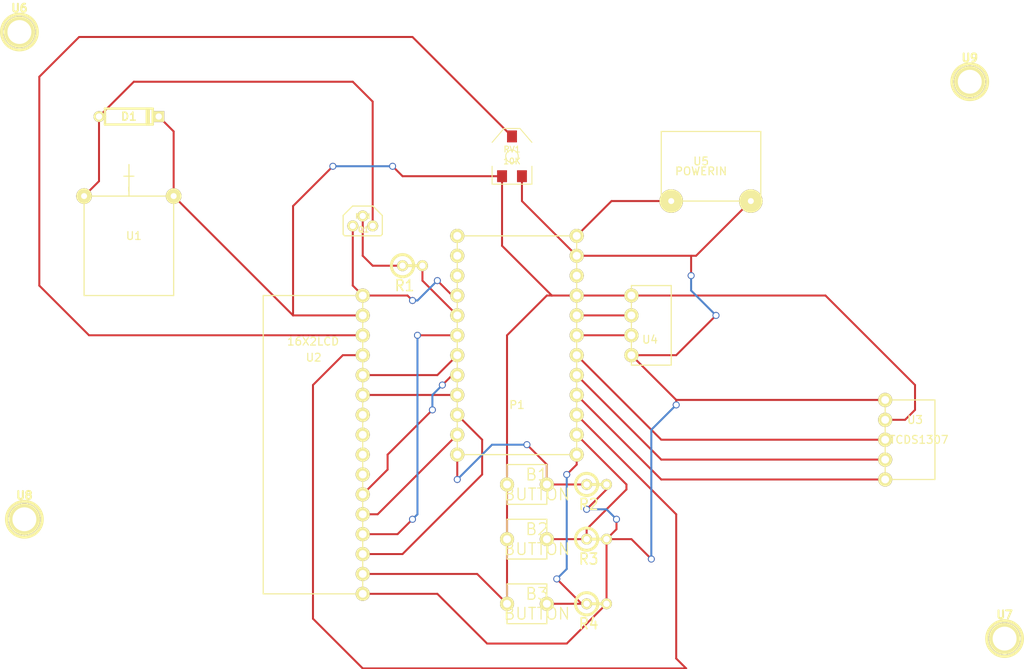
<source format=kicad_pcb>
(kicad_pcb (version 3) (host pcbnew "(2013-07-07 BZR 4022)-stable")

  (general
    (links 45)
    (no_connects 1)
    (area 25.442334 92.583 158.707666 177.927001)
    (thickness 1.6)
    (drawings 0)
    (tracks 153)
    (zones 0)
    (modules 20)
    (nets 23)
  )

  (page A4 portrait)
  (layers
    (15 F.Cu signal)
    (0 B.Cu signal)
    (16 B.Adhes user)
    (17 F.Adhes user)
    (18 B.Paste user)
    (19 F.Paste user)
    (20 B.SilkS user)
    (21 F.SilkS user)
    (22 B.Mask user)
    (23 F.Mask user)
    (24 Dwgs.User user)
    (25 Cmts.User user)
    (26 Eco1.User user)
    (27 Eco2.User user)
    (28 Edge.Cuts user)
  )

  (setup
    (last_trace_width 0.254)
    (trace_clearance 0.254)
    (zone_clearance 0.508)
    (zone_45_only yes)
    (trace_min 0.254)
    (segment_width 0.2)
    (edge_width 0.15)
    (via_size 0.889)
    (via_drill 0.635)
    (via_min_size 0.889)
    (via_min_drill 0.508)
    (uvia_size 0.508)
    (uvia_drill 0.127)
    (uvias_allowed no)
    (uvia_min_size 0.508)
    (uvia_min_drill 0.127)
    (pcb_text_width 0.3)
    (pcb_text_size 1.5 1.5)
    (mod_edge_width 0.15)
    (mod_text_size 1.5 1.5)
    (mod_text_width 0.15)
    (pad_size 1.524 1.524)
    (pad_drill 0.762)
    (pad_to_mask_clearance 0.2)
    (aux_axis_origin 0 0)
    (visible_elements FFFFFFBF)
    (pcbplotparams
      (layerselection 3178497)
      (usegerberextensions true)
      (excludeedgelayer true)
      (linewidth 0.100000)
      (plotframeref false)
      (viasonmask false)
      (mode 1)
      (useauxorigin false)
      (hpglpennumber 1)
      (hpglpenspeed 20)
      (hpglpendiameter 15)
      (hpglpenoverlay 2)
      (psnegative false)
      (psa4output false)
      (plotreference true)
      (plotvalue true)
      (plotothertext true)
      (plotinvisibletext false)
      (padsonsilk false)
      (subtractmaskfromsilk false)
      (outputformat 1)
      (mirror false)
      (drillshape 1)
      (scaleselection 1)
      (outputdirectory ""))
  )

  (net 0 "")
  (net 1 /D5)
  (net 2 /D7)
  (net 3 /TORELOUT)
  (net 4 /V0)
  (net 5 /b1)
  (net 6 /b2)
  (net 7 /b3)
  (net 8 /rw)
  (net 9 GND)
  (net 10 N-000001)
  (net 11 N-0000013)
  (net 12 N-0000014)
  (net 13 N-0000015)
  (net 14 N-0000016)
  (net 15 N-0000017)
  (net 16 N-000002)
  (net 17 N-0000023)
  (net 18 N-000003)
  (net 19 N-000004)
  (net 20 N-000005)
  (net 21 N-000006)
  (net 22 VCC)

  (net_class Default "This is the default net class."
    (clearance 0.254)
    (trace_width 0.254)
    (via_dia 0.889)
    (via_drill 0.635)
    (uvia_dia 0.508)
    (uvia_drill 0.127)
    (add_net "")
    (add_net /D5)
    (add_net /D7)
    (add_net /TORELOUT)
    (add_net /V0)
    (add_net /b1)
    (add_net /b2)
    (add_net /b3)
    (add_net /rw)
    (add_net GND)
    (add_net N-000001)
    (add_net N-0000013)
    (add_net N-0000014)
    (add_net N-0000015)
    (add_net N-0000016)
    (add_net N-0000017)
    (add_net N-000002)
    (add_net N-0000023)
    (add_net N-000003)
    (add_net N-000004)
    (add_net N-000005)
    (add_net N-000006)
    (add_net VCC)
  )

  (module US (layer F.Cu) (tedit 542B05CB) (tstamp 54376EB7)
    (at 107.315 139.065)
    (path /542AAD2C)
    (fp_text reference U4 (at 2.3749 -3.2639) (layer F.SilkS)
      (effects (font (size 1 1) (thickness 0.15)))
    )
    (fp_text value US (at 2.8575 -1.7399) (layer F.SilkS) hide
      (effects (font (size 1 1) (thickness 0.15)))
    )
    (fp_line (start 0 0) (end 0 -10.16) (layer F.SilkS) (width 0.15))
    (fp_line (start 0 -10.16) (end 5.08 -10.16) (layer F.SilkS) (width 0.15))
    (fp_line (start 5.08 -10.16) (end 5.08 0) (layer F.SilkS) (width 0.15))
    (fp_line (start 5.08 0) (end 0 0) (layer F.SilkS) (width 0.15))
    (pad 1 thru_hole circle (at 0 -1.27) (size 1.8 1.8) (drill 1)
      (layers *.Cu *.Mask F.SilkS)
      (net 9 GND)
    )
    (pad 2 thru_hole circle (at 0 -3.81) (size 1.8 1.8) (drill 1)
      (layers *.Cu *.Mask F.SilkS)
      (net 16 N-000002)
    )
    (pad 3 thru_hole circle (at 0 -6.35) (size 1.8 1.8) (drill 1)
      (layers *.Cu *.Mask F.SilkS)
      (net 13 N-0000015)
    )
    (pad 4 thru_hole circle (at 0 -8.89) (size 1.8 1.8) (drill 1)
      (layers *.Cu *.Mask F.SilkS)
      (net 22 VCC)
    )
  )

  (module TO92PN (layer F.Cu) (tedit 50D2C7A2) (tstamp 54376EC6)
    (at 73.025 120.65 180)
    (path /542AAEAD)
    (fp_text reference Q1 (at -0.1 -1.1 180) (layer F.SilkS)
      (effects (font (size 0.7 0.7) (thickness 0.15)))
    )
    (fp_text value NPN (at 0 0.6 180) (layer F.SilkS)
      (effects (font (size 0.6 0.6) (thickness 0.15)))
    )
    (fp_line (start 1.3 1.9) (end -1.3 1.9) (layer F.SilkS) (width 0.15))
    (fp_line (start -2.5 -1.7) (end -2.3 -1.9) (layer F.SilkS) (width 0.15))
    (fp_line (start -2.3 -1.9) (end 2.3 -1.9) (layer F.SilkS) (width 0.15))
    (fp_line (start 2.3 -1.9) (end 2.5 -1.7) (layer F.SilkS) (width 0.15))
    (fp_line (start 2.5 -1.7) (end 2.5 0.7) (layer F.SilkS) (width 0.15))
    (fp_line (start 2.5 0.7) (end 1.3 1.9) (layer F.SilkS) (width 0.15))
    (fp_line (start -1.3 1.9) (end -2.5 0.7) (layer F.SilkS) (width 0.15))
    (fp_line (start -2.5 0.7) (end -2.5 -1.7) (layer F.SilkS) (width 0.15))
    (pad 1 thru_hole circle (at 1.27 -0.635 180) (size 1.4 1.4) (drill 0.8)
      (layers *.Cu *.Mask F.SilkS)
      (net 9 GND)
    )
    (pad 2 thru_hole circle (at 0 0.635 180) (size 1.4 1.4) (drill 0.8)
      (layers *.Cu *.Mask F.SilkS)
      (net 20 N-000005)
    )
    (pad 3 thru_hole circle (at -1.27 -0.635 180) (size 1.4 1.4) (drill 0.8)
      (layers *.Cu *.Mask F.SilkS)
      (net 21 N-000006)
    )
    (model to-xxx-packages/to92.wrl
      (at (xyz 0 0 0))
      (scale (xyz 1 1 1))
      (rotate (xyz 0 0 0))
    )
  )

  (module RTC (layer F.Cu) (tedit 542B05A3) (tstamp 54376ED4)
    (at 139.7 153.67)
    (path /542AADE0)
    (fp_text reference U3 (at 3.81 -7.62) (layer F.SilkS)
      (effects (font (size 1 1) (thickness 0.15)))
    )
    (fp_text value RTCDS1307 (at 3.81 -5.08) (layer F.SilkS)
      (effects (font (size 1 1) (thickness 0.15)))
    )
    (fp_line (start 0 0) (end 0 -2.54) (layer F.SilkS) (width 0.15))
    (fp_line (start 0 -2.54) (end 0 -10.16) (layer F.SilkS) (width 0.15))
    (fp_line (start 0 -10.16) (end 6.35 -10.16) (layer F.SilkS) (width 0.15))
    (fp_line (start 6.35 -10.16) (end 6.35 0) (layer F.SilkS) (width 0.15))
    (fp_line (start 6.35 0) (end 0 0) (layer F.SilkS) (width 0.15))
    (pad 1 thru_hole circle (at 0 -10.16) (size 1.8 1.8) (drill 1)
      (layers *.Cu *.Mask F.SilkS)
      (net 9 GND)
    )
    (pad 2 thru_hole circle (at 0 -7.62) (size 1.8 1.8) (drill 1)
      (layers *.Cu *.Mask F.SilkS)
      (net 22 VCC)
    )
    (pad 3 thru_hole circle (at 0 -5.08) (size 1.8 1.8) (drill 1)
      (layers *.Cu *.Mask F.SilkS)
      (net 18 N-000003)
    )
    (pad 4 thru_hole circle (at 0 -2.54) (size 1.8 1.8) (drill 1)
      (layers *.Cu *.Mask F.SilkS)
      (net 19 N-000004)
    )
    (pad 5 thru_hole circle (at 0 0) (size 1.8 1.8) (drill 1)
      (layers *.Cu *.Mask F.SilkS)
      (net 10 N-000001)
    )
  )

  (module RELAY5V (layer F.Cu) (tedit 542AC5CA) (tstamp 54376EE1)
    (at 37.465 130.175)
    (path /542AAE96)
    (fp_text reference U1 (at 6.35 -7.62) (layer F.SilkS)
      (effects (font (size 1 1) (thickness 0.15)))
    )
    (fp_text value RALAY5V (at 6.35 -6.35) (layer F.SilkS) hide
      (effects (font (size 1 1) (thickness 0.15)))
    )
    (fp_line (start 6.35 -15.24) (end 5.08 -15.24) (layer F.SilkS) (width 0.15))
    (fp_line (start 5.7277 -12.6746) (end 5.7277 -16.7259) (layer F.SilkS) (width 0.15))
    (fp_line (start 5.7023 -13.3477) (end 5.7023 -13.843) (layer F.SilkS) (width 0.15))
    (fp_line (start 0 0) (end 0 -12.7) (layer F.SilkS) (width 0.15))
    (fp_line (start 0 -12.7) (end 11.43 -12.7) (layer F.SilkS) (width 0.15))
    (fp_line (start 11.43 -12.7) (end 11.43 0) (layer F.SilkS) (width 0.15))
    (fp_line (start 11.43 0) (end 0 0) (layer F.SilkS) (width 0.15))
    (pad 2 thru_hole circle (at 11.43 -12.7) (size 2 2) (drill 0.762)
      (layers *.Cu *.Mask F.SilkS)
      (net 22 VCC)
    )
    (pad 3 thru_hole circle (at 0 -12.7) (size 2 2) (drill 0.762)
      (layers *.Cu *.Mask F.SilkS)
      (net 21 N-000006)
    )
  )

  (module R1 (layer F.Cu) (tedit 200000) (tstamp 54376EE9)
    (at 79.375 126.365)
    (descr "Resistance verticale")
    (tags R)
    (path /542AAECD)
    (autoplace_cost90 10)
    (autoplace_cost180 10)
    (fp_text reference R1 (at -1.016 2.54) (layer F.SilkS)
      (effects (font (size 1.397 1.27) (thickness 0.2032)))
    )
    (fp_text value R (at -1.143 2.54) (layer F.SilkS) hide
      (effects (font (size 1.397 1.27) (thickness 0.2032)))
    )
    (fp_line (start -1.27 0) (end 1.27 0) (layer F.SilkS) (width 0.381))
    (fp_circle (center -1.27 0) (end -0.635 1.27) (layer F.SilkS) (width 0.381))
    (pad 1 thru_hole circle (at -1.27 0) (size 1.397 1.397) (drill 0.8128)
      (layers *.Cu *.Mask F.SilkS)
      (net 20 N-000005)
    )
    (pad 2 thru_hole circle (at 1.27 0) (size 1.397 1.397) (drill 0.8128)
      (layers *.Cu *.Mask F.SilkS)
      (net 3 /TORELOUT)
    )
    (model discret/verti_resistor.wrl
      (at (xyz 0 0 0))
      (scale (xyz 1 1 1))
      (rotate (xyz 0 0 0))
    )
  )

  (module R1 (layer F.Cu) (tedit 200000) (tstamp 54376EF1)
    (at 102.87 169.545)
    (descr "Resistance verticale")
    (tags R)
    (path /54317E27)
    (autoplace_cost90 10)
    (autoplace_cost180 10)
    (fp_text reference R4 (at -1.016 2.54) (layer F.SilkS)
      (effects (font (size 1.397 1.27) (thickness 0.2032)))
    )
    (fp_text value 330 (at -1.143 2.54) (layer F.SilkS) hide
      (effects (font (size 1.397 1.27) (thickness 0.2032)))
    )
    (fp_line (start -1.27 0) (end 1.27 0) (layer F.SilkS) (width 0.381))
    (fp_circle (center -1.27 0) (end -0.635 1.27) (layer F.SilkS) (width 0.381))
    (pad 1 thru_hole circle (at -1.27 0) (size 1.397 1.397) (drill 0.8128)
      (layers *.Cu *.Mask F.SilkS)
      (net 7 /b3)
    )
    (pad 2 thru_hole circle (at 1.27 0) (size 1.397 1.397) (drill 0.8128)
      (layers *.Cu *.Mask F.SilkS)
      (net 9 GND)
    )
    (model discret/verti_resistor.wrl
      (at (xyz 0 0 0))
      (scale (xyz 1 1 1))
      (rotate (xyz 0 0 0))
    )
  )

  (module R1 (layer F.Cu) (tedit 200000) (tstamp 54376EF9)
    (at 102.87 161.29)
    (descr "Resistance verticale")
    (tags R)
    (path /54317E18)
    (autoplace_cost90 10)
    (autoplace_cost180 10)
    (fp_text reference R3 (at -1.016 2.54) (layer F.SilkS)
      (effects (font (size 1.397 1.27) (thickness 0.2032)))
    )
    (fp_text value 330 (at -1.143 2.54) (layer F.SilkS) hide
      (effects (font (size 1.397 1.27) (thickness 0.2032)))
    )
    (fp_line (start -1.27 0) (end 1.27 0) (layer F.SilkS) (width 0.381))
    (fp_circle (center -1.27 0) (end -0.635 1.27) (layer F.SilkS) (width 0.381))
    (pad 1 thru_hole circle (at -1.27 0) (size 1.397 1.397) (drill 0.8128)
      (layers *.Cu *.Mask F.SilkS)
      (net 6 /b2)
    )
    (pad 2 thru_hole circle (at 1.27 0) (size 1.397 1.397) (drill 0.8128)
      (layers *.Cu *.Mask F.SilkS)
      (net 9 GND)
    )
    (model discret/verti_resistor.wrl
      (at (xyz 0 0 0))
      (scale (xyz 1 1 1))
      (rotate (xyz 0 0 0))
    )
  )

  (module R1 (layer F.Cu) (tedit 200000) (tstamp 54376F01)
    (at 102.87 154.305)
    (descr "Resistance verticale")
    (tags R)
    (path /54317DFF)
    (autoplace_cost90 10)
    (autoplace_cost180 10)
    (fp_text reference R2 (at -1.016 2.54) (layer F.SilkS)
      (effects (font (size 1.397 1.27) (thickness 0.2032)))
    )
    (fp_text value 330 (at -1.143 2.54) (layer F.SilkS) hide
      (effects (font (size 1.397 1.27) (thickness 0.2032)))
    )
    (fp_line (start -1.27 0) (end 1.27 0) (layer F.SilkS) (width 0.381))
    (fp_circle (center -1.27 0) (end -0.635 1.27) (layer F.SilkS) (width 0.381))
    (pad 1 thru_hole circle (at -1.27 0) (size 1.397 1.397) (drill 0.8128)
      (layers *.Cu *.Mask F.SilkS)
      (net 5 /b1)
    )
    (pad 2 thru_hole circle (at 1.27 0) (size 1.397 1.397) (drill 0.8128)
      (layers *.Cu *.Mask F.SilkS)
      (net 9 GND)
    )
    (model discret/verti_resistor.wrl
      (at (xyz 0 0 0))
      (scale (xyz 1 1 1))
      (rotate (xyz 0 0 0))
    )
  )

  (module PROMINI (layer F.Cu) (tedit 542B04DE) (tstamp 54376F26)
    (at 85.09 150.495)
    (path /542AAB35)
    (fp_text reference P1 (at 7.62 -6.35) (layer F.SilkS)
      (effects (font (size 1 1) (thickness 0.15)))
    )
    (fp_text value PROMINI (at 7.62 -5.08) (layer F.SilkS) hide
      (effects (font (size 1 1) (thickness 0.15)))
    )
    (fp_line (start 0 -27.94) (end 15.24 -27.94) (layer F.SilkS) (width 0.15))
    (fp_line (start 15.24 -27.94) (end 15.24 0) (layer F.SilkS) (width 0.15))
    (fp_line (start 15.24 0) (end 0 0) (layer F.SilkS) (width 0.15))
    (fp_line (start 0 0) (end 0 -15.24) (layer F.SilkS) (width 0.15))
    (fp_line (start 0 -15.24) (end 0 -17.78) (layer F.SilkS) (width 0.15))
    (fp_line (start 0 -17.78) (end 0 -20.32) (layer F.SilkS) (width 0.15))
    (fp_line (start 0 -20.32) (end 0 -22.86) (layer F.SilkS) (width 0.15))
    (fp_line (start 0 -22.86) (end 0 -25.4) (layer F.SilkS) (width 0.15))
    (fp_line (start 0 -25.4) (end 0 -27.94) (layer F.SilkS) (width 0.15))
    (pad 1 thru_hole circle (at 0 -27.94) (size 1.8 1.8) (drill 1)
      (layers *.Cu *.Mask F.SilkS)
    )
    (pad 2 thru_hole circle (at 0 -25.4) (size 1.8 1.8) (drill 1)
      (layers *.Cu *.Mask F.SilkS)
    )
    (pad 3 thru_hole circle (at 0 -22.86) (size 1.8 1.8) (drill 1)
      (layers *.Cu *.Mask F.SilkS)
    )
    (pad 4 thru_hole circle (at 0 -20.32) (size 1.8 1.8) (drill 1)
      (layers *.Cu *.Mask F.SilkS)
      (net 9 GND)
    )
    (pad 5 thru_hole circle (at 0 -17.78) (size 1.8 1.8) (drill 1)
      (layers *.Cu *.Mask F.SilkS)
      (net 3 /TORELOUT)
    )
    (pad 6 thru_hole circle (at 0 -15.24) (size 1.8 1.8) (drill 1)
      (layers *.Cu *.Mask F.SilkS)
      (net 11 N-0000013)
    )
    (pad 7 thru_hole circle (at 0 -12.7) (size 1.8 1.8) (drill 1)
      (layers *.Cu *.Mask F.SilkS)
      (net 8 /rw)
    )
    (pad 8 thru_hole circle (at 0 -10.16) (size 1.8 1.8) (drill 1)
      (layers *.Cu *.Mask F.SilkS)
      (net 15 N-0000017)
    )
    (pad 9 thru_hole circle (at 0 -7.62) (size 1.8 1.8) (drill 1)
      (layers *.Cu *.Mask F.SilkS)
      (net 14 N-0000016)
    )
    (pad 10 thru_hole circle (at 0 -5.08) (size 1.8 1.8) (drill 1)
      (layers *.Cu *.Mask F.SilkS)
      (net 2 /D7)
    )
    (pad 11 thru_hole circle (at 0 -2.54) (size 1.8 1.8) (drill 1)
      (layers *.Cu *.Mask F.SilkS)
      (net 1 /D5)
    )
    (pad 12 thru_hole circle (at 0 0) (size 1.8 1.8) (drill 1)
      (layers *.Cu *.Mask F.SilkS)
      (net 5 /b1)
    )
    (pad 13 thru_hole circle (at 15.24 0) (size 1.8 1.8) (drill 1)
      (layers *.Cu *.Mask F.SilkS)
      (net 7 /b3)
    )
    (pad 14 thru_hole circle (at 15.24 -2.54) (size 1.8 1.8) (drill 1)
      (layers *.Cu *.Mask F.SilkS)
      (net 6 /b2)
    )
    (pad 15 thru_hole circle (at 15.24 -5.08) (size 1.8 1.8) (drill 1)
      (layers *.Cu *.Mask F.SilkS)
      (net 17 N-0000023)
    )
    (pad 16 thru_hole circle (at 15.24 -7.62) (size 1.8 1.8) (drill 1)
      (layers *.Cu *.Mask F.SilkS)
      (net 10 N-000001)
    )
    (pad 17 thru_hole circle (at 15.24 -10.16) (size 1.8 1.8) (drill 1)
      (layers *.Cu *.Mask F.SilkS)
      (net 19 N-000004)
    )
    (pad 18 thru_hole circle (at 15.24 -12.7) (size 1.8 1.8) (drill 1)
      (layers *.Cu *.Mask F.SilkS)
      (net 18 N-000003)
    )
    (pad 19 thru_hole circle (at 15.24 -15.24) (size 1.8 1.8) (drill 1)
      (layers *.Cu *.Mask F.SilkS)
      (net 16 N-000002)
    )
    (pad 20 thru_hole circle (at 15.24 -17.78) (size 1.8 1.8) (drill 1)
      (layers *.Cu *.Mask F.SilkS)
      (net 13 N-0000015)
    )
    (pad 21 thru_hole circle (at 15.24 -20.32) (size 1.8 1.8) (drill 1)
      (layers *.Cu *.Mask F.SilkS)
      (net 22 VCC)
    )
    (pad 22 thru_hole circle (at 15.24 -22.86) (size 1.8 1.8) (drill 1)
      (layers *.Cu *.Mask F.SilkS)
    )
    (pad 23 thru_hole circle (at 15.24 -25.4) (size 1.8 1.8) (drill 1)
      (layers *.Cu *.Mask F.SilkS)
      (net 9 GND)
    )
    (pad 24 thru_hole circle (at 15.24 -27.94) (size 1.8 1.8) (drill 1)
      (layers *.Cu *.Mask F.SilkS)
      (net 12 N-0000014)
    )
  )

  (module POWERPRO (layer F.Cu) (tedit 542AC555) (tstamp 54376F30)
    (at 111.125 118.11)
    (path /542AACE6)
    (fp_text reference U5 (at 5.08 -5.08) (layer F.SilkS)
      (effects (font (size 1 1) (thickness 0.15)))
    )
    (fp_text value POWERIN (at 5.08 -3.81) (layer F.SilkS)
      (effects (font (size 1 1) (thickness 0.15)))
    )
    (fp_line (start 12.7 0) (end 12.7 -8.89) (layer F.SilkS) (width 0.15))
    (fp_line (start 12.7 -8.89) (end 0 -8.89) (layer F.SilkS) (width 0.15))
    (fp_line (start 0 -8.89) (end 0 0) (layer F.SilkS) (width 0.15))
    (fp_line (start 0 0) (end 12.7 0) (layer F.SilkS) (width 0.15))
    (pad 1 thru_hole circle (at 1.27 0) (size 3 3) (drill 0.762)
      (layers *.Cu *.Mask F.SilkS)
      (net 12 N-0000014)
    )
    (pad 2 thru_hole circle (at 11.43 0) (size 3 3) (drill 0.762)
      (layers *.Cu *.Mask F.SilkS)
      (net 9 GND)
    )
  )

  (module POT_CMS (layer F.Cu) (tedit 3D638D33) (tstamp 54376F3E)
    (at 92.075 112.395)
    (descr "module CMS Potentiometre")
    (tags "CMS POT")
    (path /542AB0E8)
    (attr smd)
    (fp_text reference RV1 (at 0 -0.88646) (layer F.SilkS)
      (effects (font (size 0.762 0.762) (thickness 0.127)))
    )
    (fp_text value 10K (at 0 0.635) (layer F.SilkS)
      (effects (font (size 0.762 0.762) (thickness 0.127)))
    )
    (fp_line (start -2.54 1.27) (end -2.54 3.556) (layer F.SilkS) (width 0.127))
    (fp_line (start -2.54 3.556) (end 2.54 3.556) (layer F.SilkS) (width 0.127))
    (fp_line (start 2.54 3.556) (end 2.54 1.27) (layer F.SilkS) (width 0.127))
    (fp_line (start -2.54 -1.778) (end -1.016 -3.556) (layer F.SilkS) (width 0.127))
    (fp_line (start -1.016 -3.556) (end 1.016 -3.556) (layer F.SilkS) (width 0.127))
    (fp_line (start 1.016 -3.556) (end 2.54 -1.778) (layer F.SilkS) (width 0.127))
    (fp_circle (center 0 0) (end 0.254 -0.762) (layer F.SilkS) (width 0.127))
    (pad 1 smd rect (at -1.27 2.54) (size 1.27 1.524)
      (layers F.Cu F.Paste F.Mask)
      (net 22 VCC)
    )
    (pad 2 smd rect (at 0 -2.54) (size 1.27 1.524)
      (layers F.Cu F.Paste F.Mask)
      (net 4 /V0)
    )
    (pad 3 smd rect (at 1.27 2.54) (size 1.27 1.524)
      (layers F.Cu F.Paste F.Mask)
      (net 9 GND)
    )
  )

  (module D3 (layer F.Cu) (tedit 200000) (tstamp 54376F4E)
    (at 43.18 107.315)
    (descr "Diode 3 pas")
    (tags "DIODE DEV")
    (path /542AB024)
    (fp_text reference D1 (at 0 0) (layer F.SilkS)
      (effects (font (size 1.016 1.016) (thickness 0.2032)))
    )
    (fp_text value DIODE (at 0 0) (layer F.SilkS) hide
      (effects (font (size 1.016 1.016) (thickness 0.2032)))
    )
    (fp_line (start 3.81 0) (end 3.048 0) (layer F.SilkS) (width 0.3048))
    (fp_line (start 3.048 0) (end 3.048 -1.016) (layer F.SilkS) (width 0.3048))
    (fp_line (start 3.048 -1.016) (end -3.048 -1.016) (layer F.SilkS) (width 0.3048))
    (fp_line (start -3.048 -1.016) (end -3.048 0) (layer F.SilkS) (width 0.3048))
    (fp_line (start -3.048 0) (end -3.81 0) (layer F.SilkS) (width 0.3048))
    (fp_line (start -3.048 0) (end -3.048 1.016) (layer F.SilkS) (width 0.3048))
    (fp_line (start -3.048 1.016) (end 3.048 1.016) (layer F.SilkS) (width 0.3048))
    (fp_line (start 3.048 1.016) (end 3.048 0) (layer F.SilkS) (width 0.3048))
    (fp_line (start 2.54 -1.016) (end 2.54 1.016) (layer F.SilkS) (width 0.3048))
    (fp_line (start 2.286 1.016) (end 2.286 -1.016) (layer F.SilkS) (width 0.3048))
    (pad 2 thru_hole rect (at 3.81 0) (size 1.397 1.397) (drill 0.8128)
      (layers *.Cu *.Mask F.SilkS)
      (net 22 VCC)
    )
    (pad 1 thru_hole circle (at -3.81 0) (size 1.397 1.397) (drill 0.8128)
      (layers *.Cu *.Mask F.SilkS)
      (net 21 N-000006)
    )
    (model discret/diode.wrl
      (at (xyz 0 0 0))
      (scale (xyz 0.3 0.3 0.3))
      (rotate (xyz 0 0 0))
    )
  )

  (module button (layer F.Cu) (tedit 542B0EA1) (tstamp 54376F58)
    (at 91.44 163.83)
    (path /542B1067)
    (fp_text reference B2 (at 3.81 -3.81) (layer F.SilkS)
      (effects (font (size 1.5 1.5) (thickness 0.15)))
    )
    (fp_text value BUTTON (at 3.81 -1.27) (layer F.SilkS)
      (effects (font (size 1.5 1.5) (thickness 0.15)))
    )
    (fp_line (start 0 0) (end 5.08 0) (layer F.SilkS) (width 0.15))
    (fp_line (start 5.08 0) (end 5.08 -5.08) (layer F.SilkS) (width 0.15))
    (fp_line (start 5.08 -5.08) (end 0 -5.08) (layer F.SilkS) (width 0.15))
    (fp_line (start 0 -5.08) (end 0 0) (layer F.SilkS) (width 0.15))
    (pad 1 thru_hole circle (at 0 -2.54) (size 1.8 1.8) (drill 1)
      (layers *.Cu *.Mask F.SilkS)
      (net 22 VCC)
    )
    (pad 2 thru_hole circle (at 5.08 -2.54) (size 1.8 1.8) (drill 1)
      (layers *.Cu *.Mask F.SilkS)
      (net 6 /b2)
    )
  )

  (module button (layer F.Cu) (tedit 542B0EA1) (tstamp 54376F62)
    (at 91.44 172.085)
    (path /542B1076)
    (fp_text reference B3 (at 3.81 -3.81) (layer F.SilkS)
      (effects (font (size 1.5 1.5) (thickness 0.15)))
    )
    (fp_text value BUTTON (at 3.81 -1.27) (layer F.SilkS)
      (effects (font (size 1.5 1.5) (thickness 0.15)))
    )
    (fp_line (start 0 0) (end 5.08 0) (layer F.SilkS) (width 0.15))
    (fp_line (start 5.08 0) (end 5.08 -5.08) (layer F.SilkS) (width 0.15))
    (fp_line (start 5.08 -5.08) (end 0 -5.08) (layer F.SilkS) (width 0.15))
    (fp_line (start 0 -5.08) (end 0 0) (layer F.SilkS) (width 0.15))
    (pad 1 thru_hole circle (at 0 -2.54) (size 1.8 1.8) (drill 1)
      (layers *.Cu *.Mask F.SilkS)
      (net 22 VCC)
    )
    (pad 2 thru_hole circle (at 5.08 -2.54) (size 1.8 1.8) (drill 1)
      (layers *.Cu *.Mask F.SilkS)
      (net 7 /b3)
    )
  )

  (module button (layer F.Cu) (tedit 542B0EA1) (tstamp 54376F6C)
    (at 91.44 156.845)
    (path /542B1057)
    (fp_text reference B1 (at 3.81 -3.81) (layer F.SilkS)
      (effects (font (size 1.5 1.5) (thickness 0.15)))
    )
    (fp_text value BUTTON (at 3.81 -1.27) (layer F.SilkS)
      (effects (font (size 1.5 1.5) (thickness 0.15)))
    )
    (fp_line (start 0 0) (end 5.08 0) (layer F.SilkS) (width 0.15))
    (fp_line (start 5.08 0) (end 5.08 -5.08) (layer F.SilkS) (width 0.15))
    (fp_line (start 5.08 -5.08) (end 0 -5.08) (layer F.SilkS) (width 0.15))
    (fp_line (start 0 -5.08) (end 0 0) (layer F.SilkS) (width 0.15))
    (pad 1 thru_hole circle (at 0 -2.54) (size 1.8 1.8) (drill 1)
      (layers *.Cu *.Mask F.SilkS)
      (net 22 VCC)
    )
    (pad 2 thru_hole circle (at 5.08 -2.54) (size 1.8 1.8) (drill 1)
      (layers *.Cu *.Mask F.SilkS)
      (net 5 /b1)
    )
  )

  (module 1pin (layer F.Cu) (tedit 200000) (tstamp 54376F72)
    (at 29.845 158.75)
    (descr "module 1 pin (ou trou mecanique de percage)")
    (tags DEV)
    (path /542B80EF)
    (fp_text reference U8 (at 0 -3.048) (layer F.SilkS)
      (effects (font (size 1.016 1.016) (thickness 0.254)))
    )
    (fp_text value MARKER (at 0 2.794) (layer F.SilkS) hide
      (effects (font (size 1.016 1.016) (thickness 0.254)))
    )
    (fp_circle (center 0 0) (end 0 -2.286) (layer F.SilkS) (width 0.381))
    (pad 1 thru_hole circle (at 0 0) (size 4.064 4.064) (drill 3.048)
      (layers *.Cu *.Mask F.SilkS)
    )
  )

  (module 1pin (layer F.Cu) (tedit 200000) (tstamp 54376F78)
    (at 150.495 102.87)
    (descr "module 1 pin (ou trou mecanique de percage)")
    (tags DEV)
    (path /542B80FE)
    (fp_text reference U9 (at 0 -3.048) (layer F.SilkS)
      (effects (font (size 1.016 1.016) (thickness 0.254)))
    )
    (fp_text value MARKER (at 0 2.794) (layer F.SilkS) hide
      (effects (font (size 1.016 1.016) (thickness 0.254)))
    )
    (fp_circle (center 0 0) (end 0 -2.286) (layer F.SilkS) (width 0.381))
    (pad 1 thru_hole circle (at 0 0) (size 4.064 4.064) (drill 3.048)
      (layers *.Cu *.Mask F.SilkS)
    )
  )

  (module 1pin (layer F.Cu) (tedit 200000) (tstamp 54376F7E)
    (at 154.94 173.99)
    (descr "module 1 pin (ou trou mecanique de percage)")
    (tags DEV)
    (path /542B810D)
    (fp_text reference U7 (at 0 -3.048) (layer F.SilkS)
      (effects (font (size 1.016 1.016) (thickness 0.254)))
    )
    (fp_text value MARKER (at 0 2.794) (layer F.SilkS) hide
      (effects (font (size 1.016 1.016) (thickness 0.254)))
    )
    (fp_circle (center 0 0) (end 0 -2.286) (layer F.SilkS) (width 0.381))
    (pad 1 thru_hole circle (at 0 0) (size 4.064 4.064) (drill 3.048)
      (layers *.Cu *.Mask F.SilkS)
    )
  )

  (module 1pin (layer F.Cu) (tedit 200000) (tstamp 54376F84)
    (at 29.21 96.52)
    (descr "module 1 pin (ou trou mecanique de percage)")
    (tags DEV)
    (path /542B80E0)
    (fp_text reference U6 (at 0 -3.048) (layer F.SilkS)
      (effects (font (size 1.016 1.016) (thickness 0.254)))
    )
    (fp_text value MARKER (at 0 2.794) (layer F.SilkS) hide
      (effects (font (size 1.016 1.016) (thickness 0.254)))
    )
    (fp_circle (center 0 0) (end 0 -2.286) (layer F.SilkS) (width 0.381))
    (pad 1 thru_hole circle (at 0 0) (size 4.064 4.064) (drill 3.048)
      (layers *.Cu *.Mask F.SilkS)
    )
  )

  (module 16X2LCD (layer F.Cu) (tedit 542B0570) (tstamp 54376F9C)
    (at 73.025 130.175 180)
    (path /542AB272)
    (fp_text reference U2 (at 6.26 -7.92 180) (layer F.SilkS)
      (effects (font (size 1 1) (thickness 0.15)))
    )
    (fp_text value 16X2LCD (at 6.34 -5.87 180) (layer F.SilkS)
      (effects (font (size 1 1) (thickness 0.15)))
    )
    (fp_line (start 0 0) (end 0 -38.1) (layer F.SilkS) (width 0.15))
    (fp_line (start 0 -38.1) (end 12.7 -38.1) (layer F.SilkS) (width 0.15))
    (fp_line (start 12.7 -38.1) (end 12.7 0) (layer F.SilkS) (width 0.15))
    (fp_line (start 12.7 0) (end 0 0) (layer F.SilkS) (width 0.15))
    (pad 1 thru_hole circle (at 0 -38.1 180) (size 1.8 1.8) (drill 1)
      (layers *.Cu *.Mask F.SilkS)
      (net 9 GND)
    )
    (pad 2 thru_hole circle (at 0 -35.56 180) (size 1.8 1.8) (drill 1)
      (layers *.Cu *.Mask F.SilkS)
      (net 22 VCC)
    )
    (pad 3 thru_hole circle (at 0 -33.02 180) (size 1.8 1.8) (drill 1)
      (layers *.Cu *.Mask F.SilkS)
      (net 2 /D7)
    )
    (pad 4 thru_hole circle (at 0 -30.48 180) (size 1.8 1.8) (drill 1)
      (layers *.Cu *.Mask F.SilkS)
      (net 11 N-0000013)
    )
    (pad 5 thru_hole circle (at 0 -27.94 180) (size 1.8 1.8) (drill 1)
      (layers *.Cu *.Mask F.SilkS)
      (net 1 /D5)
    )
    (pad 6 thru_hole circle (at 0 -25.4 180) (size 1.8 1.8) (drill 1)
      (layers *.Cu *.Mask F.SilkS)
      (net 15 N-0000017)
    )
    (pad 7 thru_hole circle (at 0 -22.86 180) (size 1.8 1.8) (drill 1)
      (layers *.Cu *.Mask F.SilkS)
    )
    (pad 8 thru_hole circle (at 0 -20.32 180) (size 1.8 1.8) (drill 1)
      (layers *.Cu *.Mask F.SilkS)
    )
    (pad 9 thru_hole circle (at 0 -17.78 180) (size 1.8 1.8) (drill 1)
      (layers *.Cu *.Mask F.SilkS)
    )
    (pad 10 thru_hole circle (at 0 -15.24 180) (size 1.8 1.8) (drill 1)
      (layers *.Cu *.Mask F.SilkS)
    )
    (pad 11 thru_hole circle (at 0 -12.7 180) (size 1.8 1.8) (drill 1)
      (layers *.Cu *.Mask F.SilkS)
      (net 14 N-0000016)
    )
    (pad 12 thru_hole circle (at 0 -10.16 180) (size 1.8 1.8) (drill 1)
      (layers *.Cu *.Mask F.SilkS)
      (net 8 /rw)
    )
    (pad 13 thru_hole circle (at 0 -7.62 180) (size 1.8 1.8) (drill 1)
      (layers *.Cu *.Mask F.SilkS)
      (net 17 N-0000023)
    )
    (pad 14 thru_hole circle (at 0 -5.08 180) (size 1.8 1.8) (drill 1)
      (layers *.Cu *.Mask F.SilkS)
      (net 4 /V0)
    )
    (pad 15 thru_hole circle (at 0 -2.54 180) (size 1.8 1.8) (drill 1)
      (layers *.Cu *.Mask F.SilkS)
      (net 22 VCC)
    )
    (pad 16 thru_hole circle (at 0 0 180) (size 1.8 1.8) (drill 1)
      (layers *.Cu *.Mask F.SilkS)
      (net 9 GND)
    )
  )

  (segment (start 73.025 158.115) (end 74.93 158.115) (width 0.254) (layer F.Cu) (net 1))
  (segment (start 74.93 158.115) (end 85.09 147.955) (width 0.254) (layer F.Cu) (net 1) (tstamp 5437720C))
  (segment (start 73.025 163.195) (end 78.105 163.195) (width 0.254) (layer F.Cu) (net 2))
  (segment (start 88.265 148.59) (end 85.09 145.415) (width 0.254) (layer F.Cu) (net 2) (tstamp 543771D7))
  (segment (start 88.265 153.035) (end 88.265 148.59) (width 0.254) (layer F.Cu) (net 2) (tstamp 543771D5))
  (segment (start 78.105 163.195) (end 88.265 153.035) (width 0.254) (layer F.Cu) (net 2) (tstamp 543771D3))
  (segment (start 80.645 126.365) (end 80.645 128.27) (width 0.254) (layer F.Cu) (net 3))
  (segment (start 80.645 128.27) (end 85.09 132.715) (width 0.254) (layer F.Cu) (net 3) (tstamp 543771AB))
  (segment (start 73.025 135.255) (end 38.1 135.255) (width 0.254) (layer F.Cu) (net 4))
  (segment (start 79.375 97.155) (end 92.075 109.855) (width 0.254) (layer F.Cu) (net 4) (tstamp 543771B7))
  (segment (start 36.83 97.155) (end 79.375 97.155) (width 0.254) (layer F.Cu) (net 4) (tstamp 543771B5))
  (segment (start 31.75 102.235) (end 36.83 97.155) (width 0.254) (layer F.Cu) (net 4) (tstamp 543771B3))
  (segment (start 31.75 128.905) (end 31.75 102.235) (width 0.254) (layer F.Cu) (net 4) (tstamp 543771B1))
  (segment (start 38.1 135.255) (end 31.75 128.905) (width 0.254) (layer F.Cu) (net 4) (tstamp 543771AF))
  (segment (start 101.6 154.305) (end 96.52 154.305) (width 0.254) (layer F.Cu) (net 5))
  (segment (start 85.09 150.495) (end 85.09 153.67) (width 0.254) (layer F.Cu) (net 5))
  (segment (start 96.52 151.765) (end 96.52 154.305) (width 0.254) (layer F.Cu) (net 5) (tstamp 54377405))
  (segment (start 93.98 149.225) (end 96.52 151.765) (width 0.254) (layer F.Cu) (net 5) (tstamp 54377404))
  (via (at 93.98 149.225) (size 0.889) (layers F.Cu B.Cu) (net 5))
  (segment (start 89.535 149.225) (end 93.98 149.225) (width 0.254) (layer B.Cu) (net 5) (tstamp 543773FE))
  (segment (start 85.09 153.67) (end 89.535 149.225) (width 0.254) (layer B.Cu) (net 5) (tstamp 543773FD))
  (via (at 85.09 153.67) (size 0.889) (layers F.Cu B.Cu) (net 5))
  (segment (start 101.6 161.29) (end 101.6 160.02) (width 0.254) (layer F.Cu) (net 6))
  (segment (start 106.68 154.305) (end 100.33 147.955) (width 0.254) (layer F.Cu) (net 6) (tstamp 54377459))
  (segment (start 106.68 154.94) (end 106.68 154.305) (width 0.254) (layer F.Cu) (net 6) (tstamp 54377458))
  (segment (start 101.6 160.02) (end 106.68 154.94) (width 0.254) (layer F.Cu) (net 6) (tstamp 54377455))
  (segment (start 96.52 161.29) (end 101.6 161.29) (width 0.254) (layer F.Cu) (net 6))
  (segment (start 101.6 169.545) (end 100.965 169.545) (width 0.254) (layer F.Cu) (net 7))
  (segment (start 100.33 151.765) (end 100.33 150.495) (width 0.254) (layer F.Cu) (net 7) (tstamp 54377451))
  (segment (start 99.06 153.035) (end 100.33 151.765) (width 0.254) (layer F.Cu) (net 7) (tstamp 54377450))
  (via (at 99.06 153.035) (size 0.889) (layers F.Cu B.Cu) (net 7))
  (segment (start 99.06 165.1) (end 99.06 153.035) (width 0.254) (layer B.Cu) (net 7) (tstamp 54377441))
  (segment (start 97.79 166.37) (end 99.06 165.1) (width 0.254) (layer B.Cu) (net 7) (tstamp 54377440))
  (via (at 97.79 166.37) (size 0.889) (layers F.Cu B.Cu) (net 7))
  (segment (start 100.965 169.545) (end 97.79 166.37) (width 0.254) (layer F.Cu) (net 7) (tstamp 5437743B))
  (segment (start 101.6 169.545) (end 96.52 169.545) (width 0.254) (layer F.Cu) (net 7))
  (segment (start 73.025 140.335) (end 82.55 140.335) (width 0.254) (layer F.Cu) (net 8))
  (segment (start 82.55 140.335) (end 85.09 137.795) (width 0.254) (layer F.Cu) (net 8) (tstamp 54377206))
  (segment (start 73.025 168.275) (end 82.55 168.275) (width 0.254) (layer F.Cu) (net 9) (status 400000))
  (segment (start 99.06 174.625) (end 104.14 169.545) (width 0.254) (layer F.Cu) (net 9) (tstamp 54377627) (status 800000))
  (segment (start 88.9 174.625) (end 99.06 174.625) (width 0.254) (layer F.Cu) (net 9) (tstamp 54377625))
  (segment (start 82.55 168.275) (end 88.9 174.625) (width 0.254) (layer F.Cu) (net 9) (tstamp 54377621))
  (segment (start 113.03 143.51) (end 113.03 144.145) (width 0.254) (layer F.Cu) (net 9))
  (segment (start 107.315 161.29) (end 104.14 161.29) (width 0.254) (layer F.Cu) (net 9) (tstamp 543775DE))
  (segment (start 109.855 163.83) (end 107.315 161.29) (width 0.254) (layer F.Cu) (net 9) (tstamp 543775DD))
  (via (at 109.855 163.83) (size 0.889) (layers F.Cu B.Cu) (net 9))
  (segment (start 109.855 147.32) (end 109.855 163.83) (width 0.254) (layer B.Cu) (net 9) (tstamp 543775D7))
  (segment (start 113.03 144.145) (end 109.855 147.32) (width 0.254) (layer B.Cu) (net 9) (tstamp 543775D6))
  (via (at 113.03 144.145) (size 0.889) (layers F.Cu B.Cu) (net 9))
  (segment (start 107.315 137.795) (end 113.03 137.795) (width 0.254) (layer F.Cu) (net 9))
  (segment (start 114.935 127.635) (end 114.935 125.095) (width 0.254) (layer F.Cu) (net 9) (tstamp 543775B3))
  (via (at 114.935 127.635) (size 0.889) (layers F.Cu B.Cu) (net 9))
  (segment (start 114.935 129.54) (end 114.935 127.635) (width 0.254) (layer B.Cu) (net 9) (tstamp 543775B0))
  (segment (start 118.11 132.715) (end 114.935 129.54) (width 0.254) (layer B.Cu) (net 9) (tstamp 543775AF))
  (via (at 118.11 132.715) (size 0.889) (layers F.Cu B.Cu) (net 9))
  (segment (start 113.03 137.795) (end 118.11 132.715) (width 0.254) (layer F.Cu) (net 9) (tstamp 543775AA))
  (segment (start 93.345 114.935) (end 93.345 118.11) (width 0.254) (layer F.Cu) (net 9))
  (segment (start 93.345 118.11) (end 100.33 125.095) (width 0.254) (layer F.Cu) (net 9) (tstamp 543775A3))
  (segment (start 85.09 130.175) (end 84.455 130.175) (width 0.254) (layer F.Cu) (net 9))
  (segment (start 78.74 130.175) (end 73.025 130.175) (width 0.254) (layer F.Cu) (net 9) (tstamp 5437759B))
  (segment (start 79.375 130.81) (end 78.74 130.175) (width 0.254) (layer F.Cu) (net 9) (tstamp 5437759A))
  (via (at 79.375 130.81) (size 0.889) (layers F.Cu B.Cu) (net 9))
  (segment (start 80.01 130.81) (end 79.375 130.81) (width 0.254) (layer B.Cu) (net 9) (tstamp 54377595))
  (segment (start 82.55 128.27) (end 80.01 130.81) (width 0.254) (layer B.Cu) (net 9) (tstamp 54377594))
  (via (at 82.55 128.27) (size 0.889) (layers F.Cu B.Cu) (net 9))
  (segment (start 84.455 130.175) (end 82.55 128.27) (width 0.254) (layer F.Cu) (net 9) (tstamp 54377591))
  (segment (start 104.14 169.545) (end 104.14 161.29) (width 0.254) (layer F.Cu) (net 9))
  (segment (start 104.14 161.29) (end 105.41 160.02) (width 0.254) (layer F.Cu) (net 9) (tstamp 54377572))
  (segment (start 104.14 154.94) (end 104.14 154.305) (width 0.254) (layer F.Cu) (net 9) (tstamp 54377588))
  (segment (start 101.6 157.48) (end 104.14 154.94) (width 0.254) (layer F.Cu) (net 9) (tstamp 54377587))
  (via (at 101.6 157.48) (size 0.889) (layers F.Cu B.Cu) (net 9))
  (segment (start 104.14 157.48) (end 101.6 157.48) (width 0.254) (layer B.Cu) (net 9) (tstamp 5437757C))
  (segment (start 105.41 158.75) (end 104.14 157.48) (width 0.254) (layer B.Cu) (net 9) (tstamp 5437757B))
  (via (at 105.41 158.75) (size 0.889) (layers F.Cu B.Cu) (net 9))
  (segment (start 105.41 160.02) (end 105.41 158.75) (width 0.254) (layer F.Cu) (net 9) (tstamp 54377576))
  (segment (start 139.7 143.51) (end 113.03 143.51) (width 0.254) (layer F.Cu) (net 9))
  (segment (start 113.03 143.51) (end 107.315 137.795) (width 0.254) (layer F.Cu) (net 9) (tstamp 5437756C))
  (segment (start 71.755 121.285) (end 71.755 128.905) (width 0.254) (layer F.Cu) (net 9))
  (segment (start 71.755 128.905) (end 73.025 130.175) (width 0.254) (layer F.Cu) (net 9) (tstamp 543771A0))
  (segment (start 100.33 125.095) (end 114.935 125.095) (width 0.254) (layer F.Cu) (net 9))
  (segment (start 114.935 125.095) (end 115.57 125.095) (width 0.254) (layer F.Cu) (net 9) (tstamp 543775B6))
  (segment (start 115.57 125.095) (end 122.555 118.11) (width 0.254) (layer F.Cu) (net 9) (tstamp 54377186))
  (segment (start 139.7 153.67) (end 111.125 153.67) (width 0.254) (layer F.Cu) (net 10))
  (segment (start 111.125 153.67) (end 100.33 142.875) (width 0.254) (layer F.Cu) (net 10) (tstamp 543771EC))
  (segment (start 73.025 160.655) (end 77.47 160.655) (width 0.254) (layer F.Cu) (net 11))
  (segment (start 80.01 135.255) (end 85.09 135.255) (width 0.254) (layer F.Cu) (net 11) (tstamp 5437721E))
  (via (at 80.01 135.255) (size 0.889) (layers F.Cu B.Cu) (net 11))
  (segment (start 80.01 158.115) (end 80.01 135.255) (width 0.254) (layer B.Cu) (net 11) (tstamp 5437721C))
  (segment (start 79.375 158.75) (end 80.01 158.115) (width 0.254) (layer B.Cu) (net 11) (tstamp 5437721B))
  (via (at 79.375 158.75) (size 0.889) (layers F.Cu B.Cu) (net 11))
  (segment (start 77.47 160.655) (end 79.375 158.75) (width 0.254) (layer F.Cu) (net 11) (tstamp 54377218))
  (segment (start 112.395 118.11) (end 104.775 118.11) (width 0.254) (layer F.Cu) (net 12))
  (segment (start 104.775 118.11) (end 100.33 122.555) (width 0.254) (layer F.Cu) (net 12) (tstamp 54377182))
  (segment (start 100.33 132.715) (end 107.315 132.715) (width 0.254) (layer F.Cu) (net 13))
  (segment (start 85.09 142.875) (end 73.025 142.875) (width 0.254) (layer F.Cu) (net 14))
  (segment (start 85.09 140.335) (end 84.455 140.335) (width 0.254) (layer F.Cu) (net 15))
  (segment (start 76.2 152.4) (end 73.025 155.575) (width 0.254) (layer F.Cu) (net 15) (tstamp 54377232))
  (segment (start 76.2 150.495) (end 76.2 152.4) (width 0.254) (layer F.Cu) (net 15) (tstamp 54377230))
  (segment (start 81.915 144.78) (end 76.2 150.495) (width 0.254) (layer F.Cu) (net 15) (tstamp 5437722F))
  (via (at 81.915 144.78) (size 0.889) (layers F.Cu B.Cu) (net 15))
  (segment (start 81.915 142.875) (end 81.915 144.78) (width 0.254) (layer B.Cu) (net 15) (tstamp 5437722C))
  (segment (start 83.185 141.605) (end 81.915 142.875) (width 0.254) (layer B.Cu) (net 15) (tstamp 5437722B))
  (via (at 83.185 141.605) (size 0.889) (layers F.Cu B.Cu) (net 15))
  (segment (start 84.455 140.335) (end 83.185 141.605) (width 0.254) (layer F.Cu) (net 15) (tstamp 54377229))
  (segment (start 100.33 135.255) (end 107.315 135.255) (width 0.254) (layer F.Cu) (net 16))
  (segment (start 73.025 137.795) (end 70.485 137.795) (width 0.254) (layer F.Cu) (net 17))
  (segment (start 113.03 158.115) (end 100.33 145.415) (width 0.254) (layer F.Cu) (net 17) (tstamp 543771E7))
  (segment (start 113.03 176.53) (end 113.03 158.115) (width 0.254) (layer F.Cu) (net 17) (tstamp 543771E5))
  (segment (start 114.3 177.8) (end 113.03 176.53) (width 0.254) (layer F.Cu) (net 17) (tstamp 543771E4))
  (segment (start 73.025 177.8) (end 114.3 177.8) (width 0.254) (layer F.Cu) (net 17) (tstamp 543771E2))
  (segment (start 66.675 171.45) (end 73.025 177.8) (width 0.254) (layer F.Cu) (net 17) (tstamp 543771E0))
  (segment (start 66.675 141.605) (end 66.675 171.45) (width 0.254) (layer F.Cu) (net 17) (tstamp 543771DE))
  (segment (start 70.485 137.795) (end 66.675 141.605) (width 0.254) (layer F.Cu) (net 17) (tstamp 543771DC))
  (segment (start 139.7 148.59) (end 111.125 148.59) (width 0.254) (layer F.Cu) (net 18))
  (segment (start 111.125 148.59) (end 100.33 137.795) (width 0.254) (layer F.Cu) (net 18) (tstamp 543771F5))
  (segment (start 139.7 151.13) (end 111.125 151.13) (width 0.254) (layer F.Cu) (net 19))
  (segment (start 111.125 151.13) (end 100.33 140.335) (width 0.254) (layer F.Cu) (net 19) (tstamp 543771F1))
  (segment (start 78.105 126.365) (end 74.295 126.365) (width 0.254) (layer F.Cu) (net 20))
  (segment (start 73.025 125.095) (end 73.025 120.015) (width 0.254) (layer F.Cu) (net 20) (tstamp 543771A7))
  (segment (start 74.295 126.365) (end 73.025 125.095) (width 0.254) (layer F.Cu) (net 20) (tstamp 543771A5))
  (segment (start 74.295 121.285) (end 74.295 105.41) (width 0.254) (layer F.Cu) (net 21))
  (segment (start 43.815 102.87) (end 39.37 107.315) (width 0.254) (layer F.Cu) (net 21) (tstamp 5437719C))
  (segment (start 71.755 102.87) (end 43.815 102.87) (width 0.254) (layer F.Cu) (net 21) (tstamp 5437719A))
  (segment (start 74.295 105.41) (end 71.755 102.87) (width 0.254) (layer F.Cu) (net 21) (tstamp 54377198))
  (segment (start 39.37 107.315) (end 39.37 115.57) (width 0.254) (layer F.Cu) (net 21))
  (segment (start 39.37 115.57) (end 37.465 117.475) (width 0.254) (layer F.Cu) (net 21) (tstamp 5437718A))
  (segment (start 78.105 114.935) (end 90.805 114.935) (width 0.254) (layer F.Cu) (net 22) (tstamp 54377272))
  (segment (start 76.835 113.665) (end 78.105 114.935) (width 0.254) (layer F.Cu) (net 22) (tstamp 54377271))
  (via (at 76.835 113.665) (size 0.889) (layers F.Cu B.Cu) (net 22))
  (segment (start 69.215 113.665) (end 76.835 113.665) (width 0.254) (layer B.Cu) (net 22) (tstamp 5437726E))
  (via (at 69.215 113.665) (size 0.889) (layers F.Cu B.Cu) (net 22))
  (segment (start 64.135 118.745) (end 69.215 113.665) (width 0.254) (layer F.Cu) (net 22) (tstamp 54377268))
  (segment (start 64.135 132.715) (end 64.135 118.745) (width 0.254) (layer F.Cu) (net 22))
  (segment (start 90.805 114.935) (end 90.805 123.825) (width 0.254) (layer F.Cu) (net 22))
  (segment (start 90.805 123.825) (end 97.155 130.175) (width 0.254) (layer F.Cu) (net 22) (tstamp 54377236))
  (segment (start 107.315 130.175) (end 132.08 130.175) (width 0.254) (layer F.Cu) (net 22))
  (segment (start 142.24 146.05) (end 139.7 146.05) (width 0.254) (layer F.Cu) (net 22) (tstamp 54377202))
  (segment (start 143.51 144.78) (end 142.24 146.05) (width 0.254) (layer F.Cu) (net 22) (tstamp 54377200))
  (segment (start 143.51 141.605) (end 143.51 144.78) (width 0.254) (layer F.Cu) (net 22) (tstamp 543771FE))
  (segment (start 132.08 130.175) (end 143.51 141.605) (width 0.254) (layer F.Cu) (net 22) (tstamp 543771FC))
  (segment (start 73.025 132.715) (end 64.135 132.715) (width 0.254) (layer F.Cu) (net 22))
  (segment (start 64.135 132.715) (end 48.895 117.475) (width 0.254) (layer F.Cu) (net 22) (tstamp 543771CF))
  (segment (start 91.44 154.305) (end 91.44 135.255) (width 0.254) (layer F.Cu) (net 22))
  (segment (start 96.52 130.175) (end 97.155 130.175) (width 0.254) (layer F.Cu) (net 22) (tstamp 543771CB))
  (segment (start 97.155 130.175) (end 100.33 130.175) (width 0.254) (layer F.Cu) (net 22) (tstamp 5437723A))
  (segment (start 91.44 135.255) (end 96.52 130.175) (width 0.254) (layer F.Cu) (net 22) (tstamp 543771C9))
  (segment (start 91.44 154.305) (end 91.44 161.29) (width 0.254) (layer F.Cu) (net 22))
  (segment (start 91.44 161.29) (end 91.44 169.545) (width 0.254) (layer F.Cu) (net 22) (tstamp 543771C3))
  (segment (start 91.44 169.545) (end 87.63 165.735) (width 0.254) (layer F.Cu) (net 22) (tstamp 543771C4))
  (segment (start 87.63 165.735) (end 73.025 165.735) (width 0.254) (layer F.Cu) (net 22) (tstamp 543771C5))
  (segment (start 107.315 130.175) (end 100.33 130.175) (width 0.254) (layer F.Cu) (net 22))
  (segment (start 48.895 117.475) (end 48.895 109.22) (width 0.254) (layer F.Cu) (net 22))
  (segment (start 48.895 109.22) (end 46.99 107.315) (width 0.254) (layer F.Cu) (net 22) (tstamp 5437718E))

)

</source>
